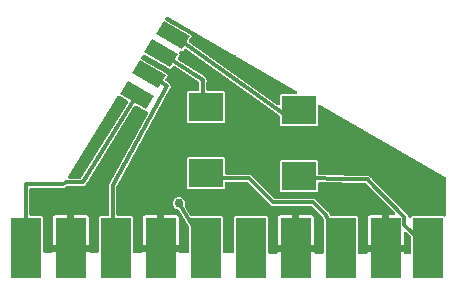
<source format=gbl>
G04 EAGLE Gerber RS-274X export*
G75*
%MOMM*%
%FSLAX34Y34*%
%LPD*%
%INBottom Copper*%
%IPPOS*%
%AMOC8*
5,1,8,0,0,1.08239X$1,22.5*%
G01*
%ADD10R,2.540000X5.080000*%
%ADD11R,1.270000X2.540000*%
%ADD12R,2.900000X2.400000*%
%ADD13C,0.299719*%
%ADD14C,0.756400*%

G36*
X339910Y10091D02*
X339910Y10091D01*
X339949Y10088D01*
X340081Y10110D01*
X340214Y10124D01*
X340251Y10138D01*
X340290Y10144D01*
X340413Y10196D01*
X340539Y10240D01*
X340573Y10262D01*
X340609Y10277D01*
X340717Y10355D01*
X340830Y10428D01*
X340857Y10456D01*
X340889Y10479D01*
X340977Y10580D01*
X341069Y10677D01*
X341089Y10711D01*
X341115Y10741D01*
X341177Y10859D01*
X341246Y10974D01*
X341257Y11012D01*
X341276Y11047D01*
X341309Y11176D01*
X341349Y11304D01*
X341352Y11343D01*
X341362Y11382D01*
X341375Y11584D01*
X341375Y24569D01*
X341359Y24708D01*
X341349Y24848D01*
X341339Y24879D01*
X341335Y24912D01*
X341288Y25044D01*
X341246Y25178D01*
X341229Y25206D01*
X341218Y25237D01*
X341141Y25354D01*
X341070Y25475D01*
X341041Y25508D01*
X341029Y25526D01*
X341005Y25549D01*
X340937Y25628D01*
X337838Y28727D01*
X337756Y28791D01*
X337680Y28864D01*
X337621Y28899D01*
X337567Y28941D01*
X337472Y28986D01*
X337382Y29038D01*
X337316Y29059D01*
X337254Y29088D01*
X337152Y29109D01*
X337052Y29140D01*
X336983Y29145D01*
X336916Y29159D01*
X336811Y29157D01*
X336707Y29164D01*
X336639Y29152D01*
X336570Y29151D01*
X336469Y29124D01*
X336366Y29107D01*
X336303Y29081D01*
X336236Y29064D01*
X336143Y29015D01*
X336047Y28975D01*
X335991Y28934D01*
X335930Y28902D01*
X335852Y28833D01*
X335767Y28772D01*
X335722Y28720D01*
X335670Y28675D01*
X335609Y28590D01*
X335541Y28511D01*
X335509Y28450D01*
X335469Y28394D01*
X335429Y28297D01*
X335380Y28205D01*
X335363Y28138D01*
X335337Y28074D01*
X335320Y27971D01*
X335294Y27870D01*
X335287Y27766D01*
X335282Y27733D01*
X335284Y27712D01*
X335281Y27668D01*
X335281Y18236D01*
X323036Y18236D01*
X323036Y43181D01*
X326582Y43181D01*
X326686Y43193D01*
X326790Y43195D01*
X326857Y43213D01*
X326925Y43221D01*
X327024Y43256D01*
X327125Y43283D01*
X327186Y43315D01*
X327250Y43338D01*
X327338Y43395D01*
X327430Y43444D01*
X327482Y43489D01*
X327540Y43527D01*
X327612Y43603D01*
X327691Y43671D01*
X327731Y43727D01*
X327778Y43777D01*
X327831Y43867D01*
X327892Y43952D01*
X327918Y44016D01*
X327953Y44075D01*
X327984Y44175D01*
X328024Y44272D01*
X328035Y44340D01*
X328055Y44405D01*
X328062Y44510D01*
X328078Y44613D01*
X328074Y44682D01*
X328078Y44750D01*
X328061Y44853D01*
X328054Y44958D01*
X328033Y45023D01*
X328022Y45091D01*
X327982Y45188D01*
X327951Y45287D01*
X327916Y45347D01*
X327889Y45410D01*
X327828Y45495D01*
X327775Y45585D01*
X327706Y45664D01*
X327687Y45690D01*
X327670Y45704D01*
X327641Y45738D01*
X303145Y70233D01*
X303043Y70314D01*
X302946Y70401D01*
X302908Y70421D01*
X302875Y70448D01*
X302756Y70503D01*
X302642Y70565D01*
X302600Y70577D01*
X302562Y70595D01*
X302434Y70622D01*
X302308Y70656D01*
X302249Y70660D01*
X302223Y70666D01*
X302191Y70665D01*
X302106Y70672D01*
X263922Y71177D01*
X263877Y71172D01*
X263831Y71175D01*
X263705Y71154D01*
X263579Y71141D01*
X263535Y71126D01*
X263490Y71119D01*
X263372Y71070D01*
X263252Y71028D01*
X263213Y71004D01*
X263171Y70986D01*
X263068Y70911D01*
X262960Y70843D01*
X262928Y70810D01*
X262891Y70784D01*
X262808Y70687D01*
X262718Y70596D01*
X262695Y70557D01*
X262665Y70522D01*
X262606Y70410D01*
X262540Y70300D01*
X262526Y70257D01*
X262504Y70216D01*
X262473Y70093D01*
X262434Y69972D01*
X262430Y69926D01*
X262418Y69881D01*
X262405Y69679D01*
X262405Y63948D01*
X261512Y63055D01*
X231248Y63055D01*
X230355Y63948D01*
X230355Y89212D01*
X231248Y90105D01*
X261512Y90105D01*
X262405Y89212D01*
X262405Y78722D01*
X262408Y78696D01*
X262406Y78670D01*
X262428Y78525D01*
X262445Y78379D01*
X262453Y78354D01*
X262457Y78329D01*
X262512Y78192D01*
X262562Y78054D01*
X262576Y78032D01*
X262586Y78008D01*
X262671Y77888D01*
X262751Y77764D01*
X262770Y77746D01*
X262785Y77725D01*
X262894Y77628D01*
X263001Y77526D01*
X263024Y77513D01*
X263043Y77495D01*
X263172Y77426D01*
X263299Y77351D01*
X263324Y77343D01*
X263347Y77331D01*
X263489Y77293D01*
X263629Y77249D01*
X263655Y77248D01*
X263681Y77241D01*
X263883Y77224D01*
X304809Y76683D01*
X304816Y76684D01*
X304829Y76683D01*
X306076Y76683D01*
X306945Y75791D01*
X306950Y75786D01*
X306959Y75777D01*
X307840Y74896D01*
X307838Y74733D01*
X307853Y74583D01*
X307864Y74434D01*
X307871Y74412D01*
X307873Y74389D01*
X307922Y74247D01*
X307967Y74104D01*
X307979Y74084D01*
X307986Y74062D01*
X308067Y73936D01*
X308143Y73807D01*
X308163Y73784D01*
X308171Y73771D01*
X308193Y73749D01*
X308276Y73654D01*
X338786Y43144D01*
X338786Y42298D01*
X338798Y42195D01*
X338800Y42090D01*
X338818Y42023D01*
X338826Y41955D01*
X338861Y41857D01*
X338888Y41756D01*
X338920Y41695D01*
X338943Y41630D01*
X339000Y41542D01*
X339049Y41450D01*
X339094Y41398D01*
X339132Y41341D01*
X339208Y41268D01*
X339276Y41190D01*
X339332Y41150D01*
X339382Y41102D01*
X339472Y41049D01*
X339557Y40988D01*
X339621Y40962D01*
X339680Y40927D01*
X339780Y40897D01*
X339877Y40857D01*
X339945Y40846D01*
X340011Y40826D01*
X340115Y40819D01*
X340218Y40802D01*
X340287Y40807D01*
X340355Y40802D01*
X340458Y40819D01*
X340563Y40827D01*
X340629Y40847D01*
X340696Y40858D01*
X340793Y40899D01*
X340893Y40930D01*
X340952Y40965D01*
X341015Y40991D01*
X341100Y41052D01*
X341190Y41106D01*
X341269Y41175D01*
X341295Y41194D01*
X341310Y41210D01*
X341343Y41239D01*
X342268Y42165D01*
X369046Y42165D01*
X369134Y42114D01*
X369193Y42097D01*
X369248Y42071D01*
X369358Y42048D01*
X369466Y42016D01*
X369526Y42012D01*
X369586Y42000D01*
X369699Y42003D01*
X369811Y41996D01*
X369871Y42007D01*
X369932Y42008D01*
X370040Y42037D01*
X370151Y42056D01*
X370207Y42080D01*
X370266Y42095D01*
X370365Y42148D01*
X370469Y42192D01*
X370518Y42228D01*
X370571Y42257D01*
X370656Y42331D01*
X370747Y42398D01*
X370786Y42444D01*
X370832Y42484D01*
X370897Y42576D01*
X370970Y42661D01*
X370998Y42716D01*
X371033Y42765D01*
X371076Y42869D01*
X371127Y42969D01*
X371142Y43028D01*
X371165Y43085D01*
X371183Y43195D01*
X371209Y43305D01*
X371214Y43394D01*
X371220Y43426D01*
X371218Y43451D01*
X371221Y43507D01*
X370894Y74257D01*
X370875Y74410D01*
X370859Y74563D01*
X370853Y74581D01*
X370851Y74599D01*
X370797Y74744D01*
X370746Y74890D01*
X370736Y74906D01*
X370730Y74923D01*
X370645Y75051D01*
X370562Y75182D01*
X370548Y75195D01*
X370538Y75211D01*
X370425Y75316D01*
X370315Y75424D01*
X370295Y75437D01*
X370285Y75446D01*
X370261Y75461D01*
X370147Y75537D01*
X264653Y136584D01*
X264577Y136616D01*
X264506Y136658D01*
X264419Y136685D01*
X264336Y136721D01*
X264255Y136736D01*
X264176Y136760D01*
X264085Y136766D01*
X263996Y136782D01*
X263913Y136778D01*
X263831Y136783D01*
X263741Y136768D01*
X263650Y136764D01*
X263571Y136740D01*
X263490Y136727D01*
X263406Y136692D01*
X263319Y136667D01*
X263247Y136626D01*
X263171Y136594D01*
X263097Y136541D01*
X263018Y136496D01*
X262958Y136440D01*
X262891Y136392D01*
X262831Y136323D01*
X262765Y136261D01*
X262719Y136193D01*
X262665Y136130D01*
X262622Y136050D01*
X262572Y135974D01*
X262543Y135897D01*
X262504Y135824D01*
X262482Y135736D01*
X262450Y135651D01*
X262439Y135569D01*
X262418Y135490D01*
X262408Y135329D01*
X262405Y135308D01*
X262406Y135301D01*
X262405Y135287D01*
X262405Y119448D01*
X261512Y118555D01*
X231248Y118555D01*
X230355Y119448D01*
X230355Y126485D01*
X230345Y126576D01*
X230344Y126668D01*
X230325Y126747D01*
X230315Y126828D01*
X230284Y126915D01*
X230263Y127004D01*
X230226Y127077D01*
X230198Y127153D01*
X230148Y127230D01*
X230106Y127312D01*
X230054Y127374D01*
X230009Y127443D01*
X229943Y127506D01*
X229884Y127576D01*
X229780Y127661D01*
X229759Y127681D01*
X229747Y127688D01*
X229727Y127705D01*
X151161Y183699D01*
X151066Y183751D01*
X150977Y183811D01*
X150916Y183834D01*
X150858Y183866D01*
X150754Y183895D01*
X150654Y183933D01*
X150589Y183941D01*
X150525Y183959D01*
X150418Y183963D01*
X150311Y183977D01*
X150246Y183971D01*
X150180Y183973D01*
X150074Y183953D01*
X149967Y183942D01*
X149905Y183920D01*
X149840Y183908D01*
X149742Y183864D01*
X149641Y183829D01*
X149585Y183794D01*
X149525Y183767D01*
X149440Y183701D01*
X149349Y183644D01*
X149303Y183597D01*
X149251Y183557D01*
X149182Y183474D01*
X149107Y183397D01*
X149052Y183315D01*
X149031Y183290D01*
X149021Y183269D01*
X148994Y183228D01*
X148528Y182421D01*
X147308Y182095D01*
X147229Y182140D01*
X147133Y182182D01*
X147041Y182232D01*
X147028Y182236D01*
X147022Y182239D01*
X146972Y182251D01*
X146912Y182277D01*
X146809Y182296D01*
X146708Y182323D01*
X146688Y182324D01*
X146687Y182324D01*
X146624Y182329D01*
X146572Y182338D01*
X146524Y182336D01*
X146485Y182338D01*
X146481Y182338D01*
X146440Y182333D01*
X146363Y182336D01*
X146295Y182323D01*
X146226Y182319D01*
X146166Y182302D01*
X146137Y182298D01*
X146100Y182285D01*
X146024Y182270D01*
X145961Y182241D01*
X145895Y182222D01*
X145840Y182191D01*
X145812Y182181D01*
X145779Y182159D01*
X145709Y182127D01*
X145654Y182085D01*
X145594Y182051D01*
X145549Y182009D01*
X145523Y181992D01*
X145494Y181962D01*
X145435Y181916D01*
X145392Y181863D01*
X145341Y181816D01*
X145307Y181766D01*
X145285Y181742D01*
X145263Y181704D01*
X145217Y181648D01*
X145187Y181586D01*
X145148Y181529D01*
X145128Y181475D01*
X145110Y181444D01*
X145096Y181399D01*
X145066Y181337D01*
X145051Y181270D01*
X145027Y181206D01*
X145020Y181151D01*
X145008Y181113D01*
X145005Y181064D01*
X144990Y181000D01*
X144991Y180931D01*
X144982Y180863D01*
X144988Y180812D01*
X144985Y180769D01*
X144993Y180715D01*
X144994Y180655D01*
X145014Y180552D01*
X145018Y180519D01*
X145025Y180499D01*
X145033Y180455D01*
X145350Y179274D01*
X143747Y176497D01*
X143746Y176497D01*
X143614Y176189D01*
X143609Y176180D01*
X143549Y175839D01*
X143563Y175581D01*
X143567Y175495D01*
X143582Y175445D01*
X143615Y175333D01*
X143665Y175163D01*
X143787Y174949D01*
X143836Y174863D01*
X143836Y174862D01*
X144071Y174609D01*
X144234Y174488D01*
X165618Y160741D01*
X165756Y160674D01*
X165891Y160603D01*
X165910Y160598D01*
X165928Y160589D01*
X166078Y160555D01*
X166225Y160517D01*
X166252Y160515D01*
X166265Y160512D01*
X166294Y160512D01*
X166347Y160509D01*
X166894Y159961D01*
X166941Y159925D01*
X166981Y159881D01*
X167143Y159760D01*
X167800Y159338D01*
X167822Y159275D01*
X167867Y159129D01*
X167878Y159112D01*
X167884Y159093D01*
X167966Y158963D01*
X168043Y158832D01*
X168060Y158812D01*
X168068Y158800D01*
X168089Y158780D01*
X168123Y158740D01*
X168123Y157966D01*
X168130Y157907D01*
X168128Y157848D01*
X168158Y157648D01*
X168323Y156885D01*
X168294Y156825D01*
X168223Y156689D01*
X168218Y156670D01*
X168209Y156652D01*
X168175Y156503D01*
X168137Y156355D01*
X168135Y156329D01*
X168132Y156315D01*
X168132Y156286D01*
X168123Y156152D01*
X168123Y149643D01*
X168127Y149607D01*
X168125Y149571D01*
X168147Y149436D01*
X168163Y149299D01*
X168175Y149265D01*
X168181Y149230D01*
X168234Y149103D01*
X168281Y148974D01*
X168300Y148944D01*
X168314Y148911D01*
X168394Y148800D01*
X168470Y148685D01*
X168496Y148660D01*
X168517Y148631D01*
X168620Y148541D01*
X168720Y148446D01*
X168751Y148428D01*
X168778Y148405D01*
X168899Y148341D01*
X169018Y148272D01*
X169052Y148261D01*
X169084Y148244D01*
X169217Y148210D01*
X169348Y148170D01*
X169384Y148167D01*
X169419Y148158D01*
X169621Y148145D01*
X182772Y148145D01*
X183665Y147252D01*
X183665Y121988D01*
X182772Y121095D01*
X152508Y121095D01*
X151615Y121988D01*
X151615Y147252D01*
X152508Y148145D01*
X160579Y148145D01*
X160615Y148149D01*
X160650Y148146D01*
X160786Y148169D01*
X160922Y148185D01*
X160956Y148197D01*
X160991Y148203D01*
X161118Y148255D01*
X161247Y148302D01*
X161277Y148322D01*
X161310Y148336D01*
X161422Y148416D01*
X161537Y148491D01*
X161561Y148517D01*
X161591Y148538D01*
X161680Y148642D01*
X161775Y148741D01*
X161793Y148772D01*
X161817Y148799D01*
X161880Y148921D01*
X161950Y149039D01*
X161960Y149074D01*
X161977Y149105D01*
X162011Y149238D01*
X162052Y149369D01*
X162054Y149405D01*
X162063Y149440D01*
X162077Y149643D01*
X162077Y155012D01*
X162062Y155138D01*
X162055Y155265D01*
X162042Y155309D01*
X162037Y155355D01*
X161993Y155475D01*
X161958Y155597D01*
X161935Y155637D01*
X161919Y155680D01*
X161850Y155787D01*
X161787Y155897D01*
X161756Y155931D01*
X161730Y155969D01*
X161638Y156057D01*
X161552Y156151D01*
X161501Y156189D01*
X161480Y156208D01*
X161453Y156224D01*
X161389Y156272D01*
X141327Y169168D01*
X141263Y169200D01*
X141203Y169240D01*
X141109Y169276D01*
X141017Y169320D01*
X140947Y169336D01*
X140880Y169362D01*
X140779Y169375D01*
X140680Y169397D01*
X140608Y169397D01*
X140537Y169406D01*
X140436Y169396D01*
X140335Y169395D01*
X140265Y169378D01*
X140194Y169371D01*
X140098Y169337D01*
X139999Y169313D01*
X139935Y169281D01*
X139867Y169258D01*
X139781Y169203D01*
X139690Y169157D01*
X139636Y169111D01*
X139575Y169073D01*
X139504Y169000D01*
X139426Y168934D01*
X139383Y168877D01*
X139333Y168826D01*
X139220Y168657D01*
X138368Y167181D01*
X137148Y166855D01*
X116014Y179056D01*
X116000Y179062D01*
X115988Y179071D01*
X115841Y179131D01*
X115697Y179193D01*
X115682Y179196D01*
X115668Y179202D01*
X115511Y179226D01*
X115357Y179254D01*
X115342Y179253D01*
X115327Y179256D01*
X115169Y179244D01*
X115012Y179235D01*
X114997Y179231D01*
X114982Y179230D01*
X114831Y179182D01*
X114680Y179138D01*
X114667Y179130D01*
X114652Y179126D01*
X114517Y179045D01*
X114380Y178967D01*
X114368Y178957D01*
X114355Y178949D01*
X114242Y178839D01*
X114126Y178732D01*
X114118Y178719D01*
X114107Y178709D01*
X113989Y178544D01*
X113081Y177067D01*
X113057Y177016D01*
X113026Y176968D01*
X112985Y176859D01*
X112935Y176754D01*
X112924Y176698D01*
X112904Y176645D01*
X112889Y176530D01*
X112865Y176415D01*
X112867Y176359D01*
X112859Y176302D01*
X112871Y176186D01*
X112874Y176070D01*
X112889Y176015D01*
X112895Y175959D01*
X112933Y175849D01*
X112963Y175736D01*
X112989Y175686D01*
X113008Y175632D01*
X113070Y175534D01*
X113125Y175431D01*
X113162Y175388D01*
X113193Y175340D01*
X113276Y175259D01*
X113353Y175171D01*
X113399Y175138D01*
X113440Y175098D01*
X113608Y174985D01*
X134863Y162714D01*
X135190Y161494D01*
X133457Y158493D01*
X133393Y158346D01*
X133327Y158200D01*
X133325Y158187D01*
X133320Y158176D01*
X133292Y158018D01*
X133261Y157860D01*
X133262Y157848D01*
X133259Y157836D01*
X133268Y157676D01*
X133274Y157515D01*
X133277Y157503D01*
X133278Y157491D01*
X133323Y157337D01*
X133366Y157182D01*
X133372Y157171D01*
X133376Y157159D01*
X133455Y157019D01*
X133532Y156879D01*
X133540Y156870D01*
X133546Y156859D01*
X133656Y156740D01*
X133763Y156622D01*
X133775Y156612D01*
X133781Y156605D01*
X133800Y156593D01*
X133924Y156498D01*
X136130Y155027D01*
X136159Y155012D01*
X136244Y154958D01*
X137262Y154403D01*
X137272Y154386D01*
X137316Y154336D01*
X137545Y153190D01*
X137555Y153158D01*
X137577Y153061D01*
X137904Y151948D01*
X137899Y151929D01*
X137895Y151863D01*
X137247Y150890D01*
X137232Y150860D01*
X137178Y150776D01*
X92106Y68144D01*
X92069Y68052D01*
X92023Y67964D01*
X92005Y67893D01*
X91977Y67824D01*
X91962Y67726D01*
X91937Y67630D01*
X91929Y67514D01*
X91924Y67482D01*
X91926Y67464D01*
X91923Y67427D01*
X91923Y43663D01*
X91927Y43627D01*
X91925Y43591D01*
X91947Y43456D01*
X91963Y43319D01*
X91975Y43285D01*
X91981Y43250D01*
X92034Y43123D01*
X92081Y42994D01*
X92100Y42964D01*
X92114Y42931D01*
X92194Y42820D01*
X92270Y42705D01*
X92296Y42680D01*
X92317Y42651D01*
X92420Y42561D01*
X92520Y42466D01*
X92551Y42448D01*
X92578Y42425D01*
X92699Y42361D01*
X92818Y42292D01*
X92852Y42281D01*
X92884Y42264D01*
X93017Y42230D01*
X93148Y42190D01*
X93184Y42187D01*
X93219Y42178D01*
X93421Y42165D01*
X104772Y42165D01*
X105665Y41272D01*
X105665Y12679D01*
X105668Y12646D01*
X105666Y12614D01*
X105688Y12475D01*
X105705Y12335D01*
X105716Y12305D01*
X105721Y12273D01*
X105774Y12143D01*
X105822Y12010D01*
X105840Y11983D01*
X105852Y11953D01*
X105934Y11839D01*
X106011Y11721D01*
X106034Y11699D01*
X106053Y11672D01*
X106159Y11580D01*
X106261Y11482D01*
X106289Y11466D01*
X106313Y11445D01*
X106438Y11379D01*
X106559Y11308D01*
X106590Y11298D01*
X106619Y11283D01*
X106755Y11247D01*
X106889Y11206D01*
X106922Y11204D01*
X106953Y11196D01*
X107156Y11181D01*
X112794Y11154D01*
X112834Y11159D01*
X112873Y11156D01*
X113005Y11178D01*
X113138Y11193D01*
X113175Y11206D01*
X113214Y11212D01*
X113337Y11264D01*
X113463Y11308D01*
X113497Y11330D01*
X113533Y11345D01*
X113641Y11423D01*
X113754Y11496D01*
X113781Y11524D01*
X113813Y11548D01*
X113900Y11648D01*
X113993Y11745D01*
X114014Y11779D01*
X114039Y11809D01*
X114101Y11927D01*
X114169Y12042D01*
X114181Y12080D01*
X114200Y12115D01*
X114233Y12244D01*
X128041Y12244D01*
X128077Y12248D01*
X128113Y12245D01*
X128248Y12268D01*
X128385Y12283D01*
X128418Y12296D01*
X128454Y12302D01*
X128580Y12354D01*
X128710Y12401D01*
X128740Y12421D01*
X128773Y12434D01*
X128884Y12515D01*
X128999Y12590D01*
X129024Y12616D01*
X129053Y12637D01*
X129143Y12740D01*
X129237Y12840D01*
X129256Y12871D01*
X129279Y12898D01*
X129343Y13020D01*
X129412Y13138D01*
X129423Y13173D01*
X129440Y13204D01*
X129474Y13337D01*
X129514Y13468D01*
X129516Y13504D01*
X129525Y13539D01*
X129539Y13741D01*
X129539Y15241D01*
X129541Y15241D01*
X129541Y13741D01*
X129545Y13706D01*
X129543Y13670D01*
X129565Y13534D01*
X129581Y13398D01*
X129593Y13364D01*
X129599Y13329D01*
X129652Y13202D01*
X129698Y13073D01*
X129718Y13043D01*
X129732Y13010D01*
X129812Y12899D01*
X129887Y12784D01*
X129913Y12759D01*
X129934Y12730D01*
X130038Y12640D01*
X130137Y12545D01*
X130168Y12527D01*
X130195Y12504D01*
X130317Y12440D01*
X130435Y12371D01*
X130470Y12360D01*
X130502Y12343D01*
X130634Y12309D01*
X130766Y12269D01*
X130801Y12266D01*
X130836Y12257D01*
X131039Y12244D01*
X144810Y12244D01*
X144821Y12151D01*
X144832Y12121D01*
X144837Y12089D01*
X144890Y11959D01*
X144938Y11826D01*
X144956Y11799D01*
X144968Y11769D01*
X145050Y11655D01*
X145127Y11537D01*
X145150Y11515D01*
X145169Y11488D01*
X145275Y11396D01*
X145377Y11298D01*
X145405Y11282D01*
X145429Y11261D01*
X145554Y11195D01*
X145675Y11124D01*
X145706Y11114D01*
X145735Y11099D01*
X145871Y11063D01*
X146005Y11022D01*
X146038Y11020D01*
X146069Y11012D01*
X146272Y10997D01*
X151910Y10970D01*
X151950Y10975D01*
X151989Y10972D01*
X152121Y10994D01*
X152254Y11009D01*
X152291Y11022D01*
X152330Y11028D01*
X152453Y11080D01*
X152579Y11124D01*
X152613Y11146D01*
X152649Y11161D01*
X152757Y11239D01*
X152870Y11312D01*
X152897Y11340D01*
X152929Y11364D01*
X153016Y11464D01*
X153109Y11561D01*
X153130Y11595D01*
X153155Y11625D01*
X153217Y11743D01*
X153285Y11858D01*
X153297Y11896D01*
X153316Y11931D01*
X153349Y12060D01*
X153389Y12188D01*
X153392Y12228D01*
X153402Y12266D01*
X153415Y12468D01*
X153415Y32657D01*
X153400Y32786D01*
X153393Y32915D01*
X153380Y32957D01*
X153375Y33000D01*
X153331Y33122D01*
X153294Y33247D01*
X153267Y33300D01*
X153258Y33325D01*
X153241Y33352D01*
X153202Y33427D01*
X144875Y47306D01*
X144783Y47426D01*
X144695Y47547D01*
X144678Y47562D01*
X144664Y47580D01*
X144547Y47675D01*
X144433Y47773D01*
X144413Y47784D01*
X144396Y47798D01*
X144260Y47864D01*
X144127Y47934D01*
X144105Y47939D01*
X144085Y47949D01*
X143938Y47982D01*
X143793Y48020D01*
X143763Y48022D01*
X143748Y48025D01*
X143745Y48025D01*
X141774Y48841D01*
X140281Y50334D01*
X139473Y52284D01*
X139473Y54396D01*
X140281Y56346D01*
X141774Y57839D01*
X143724Y58647D01*
X145836Y58647D01*
X147786Y57839D01*
X149279Y56346D01*
X150087Y54396D01*
X150087Y52284D01*
X149907Y51850D01*
X149885Y51775D01*
X149855Y51703D01*
X149838Y51609D01*
X149812Y51517D01*
X149809Y51440D01*
X149795Y51363D01*
X149801Y51267D01*
X149796Y51172D01*
X149811Y51096D01*
X149815Y51018D01*
X149842Y50926D01*
X149860Y50833D01*
X149892Y50761D01*
X149914Y50687D01*
X149994Y50530D01*
X150000Y50517D01*
X150003Y50513D01*
X150006Y50506D01*
X154575Y42892D01*
X154666Y42773D01*
X154754Y42651D01*
X154772Y42636D01*
X154785Y42618D01*
X154902Y42523D01*
X155016Y42425D01*
X155036Y42414D01*
X155053Y42400D01*
X155189Y42334D01*
X155322Y42264D01*
X155344Y42259D01*
X155364Y42249D01*
X155511Y42216D01*
X155657Y42178D01*
X155686Y42176D01*
X155701Y42173D01*
X155732Y42173D01*
X155859Y42165D01*
X180972Y42165D01*
X181865Y41272D01*
X181865Y12320D01*
X181868Y12288D01*
X181866Y12256D01*
X181888Y12117D01*
X181905Y11977D01*
X181916Y11946D01*
X181921Y11914D01*
X181974Y11784D01*
X182022Y11652D01*
X182040Y11625D01*
X182052Y11595D01*
X182134Y11480D01*
X182211Y11362D01*
X182234Y11340D01*
X182253Y11314D01*
X182359Y11221D01*
X182461Y11124D01*
X182489Y11108D01*
X182513Y11086D01*
X182638Y11020D01*
X182759Y10949D01*
X182790Y10940D01*
X182819Y10925D01*
X182955Y10889D01*
X183089Y10847D01*
X183122Y10845D01*
X183153Y10837D01*
X183356Y10822D01*
X190010Y10791D01*
X190050Y10795D01*
X190089Y10793D01*
X190221Y10815D01*
X190354Y10829D01*
X190391Y10843D01*
X190430Y10849D01*
X190553Y10900D01*
X190679Y10945D01*
X190713Y10967D01*
X190749Y10982D01*
X190857Y11060D01*
X190970Y11133D01*
X190997Y11161D01*
X191029Y11184D01*
X191116Y11285D01*
X191209Y11382D01*
X191230Y11416D01*
X191255Y11446D01*
X191317Y11564D01*
X191385Y11679D01*
X191397Y11717D01*
X191416Y11752D01*
X191449Y11881D01*
X191489Y12009D01*
X191492Y12048D01*
X191502Y12086D01*
X191515Y12289D01*
X191515Y41272D01*
X192408Y42165D01*
X219072Y42165D01*
X219965Y41272D01*
X219965Y12141D01*
X219968Y12109D01*
X219966Y12076D01*
X219988Y11938D01*
X220005Y11798D01*
X220016Y11767D01*
X220021Y11735D01*
X220074Y11605D01*
X220122Y11473D01*
X220140Y11446D01*
X220152Y11416D01*
X220234Y11301D01*
X220311Y11183D01*
X220334Y11161D01*
X220353Y11134D01*
X220459Y11042D01*
X220561Y10945D01*
X220589Y10928D01*
X220613Y10907D01*
X220738Y10841D01*
X220859Y10770D01*
X220890Y10760D01*
X220919Y10745D01*
X221055Y10710D01*
X221189Y10668D01*
X221222Y10666D01*
X221253Y10658D01*
X221456Y10643D01*
X227094Y10617D01*
X227134Y10621D01*
X227173Y10618D01*
X227305Y10640D01*
X227438Y10655D01*
X227475Y10668D01*
X227514Y10675D01*
X227637Y10726D01*
X227763Y10771D01*
X227797Y10792D01*
X227833Y10807D01*
X227941Y10886D01*
X228054Y10958D01*
X228081Y10987D01*
X228113Y11010D01*
X228200Y11111D01*
X228293Y11207D01*
X228314Y11241D01*
X228339Y11271D01*
X228401Y11390D01*
X228469Y11505D01*
X228481Y11542D01*
X228500Y11577D01*
X228533Y11707D01*
X228573Y11834D01*
X228576Y11874D01*
X228586Y11912D01*
X228599Y12114D01*
X228599Y12244D01*
X242341Y12244D01*
X242377Y12248D01*
X242413Y12245D01*
X242548Y12268D01*
X242685Y12283D01*
X242718Y12296D01*
X242754Y12302D01*
X242880Y12354D01*
X243010Y12401D01*
X243040Y12421D01*
X243073Y12434D01*
X243184Y12515D01*
X243299Y12590D01*
X243324Y12616D01*
X243353Y12637D01*
X243443Y12740D01*
X243537Y12840D01*
X243556Y12871D01*
X243579Y12898D01*
X243643Y13020D01*
X243712Y13138D01*
X243723Y13173D01*
X243740Y13204D01*
X243774Y13337D01*
X243814Y13468D01*
X243816Y13504D01*
X243825Y13539D01*
X243839Y13741D01*
X243839Y15241D01*
X243841Y15241D01*
X243841Y13741D01*
X243845Y13706D01*
X243843Y13670D01*
X243865Y13534D01*
X243881Y13398D01*
X243893Y13364D01*
X243899Y13329D01*
X243952Y13202D01*
X243998Y13073D01*
X244018Y13043D01*
X244032Y13010D01*
X244112Y12899D01*
X244187Y12784D01*
X244213Y12759D01*
X244234Y12730D01*
X244338Y12640D01*
X244437Y12545D01*
X244468Y12527D01*
X244495Y12504D01*
X244617Y12440D01*
X244735Y12371D01*
X244770Y12360D01*
X244802Y12343D01*
X244934Y12309D01*
X245066Y12269D01*
X245101Y12266D01*
X245136Y12257D01*
X245339Y12244D01*
X259081Y12244D01*
X259081Y11957D01*
X259084Y11925D01*
X259082Y11892D01*
X259104Y11754D01*
X259121Y11614D01*
X259132Y11583D01*
X259137Y11551D01*
X259190Y11421D01*
X259238Y11289D01*
X259256Y11262D01*
X259268Y11232D01*
X259350Y11117D01*
X259427Y10999D01*
X259450Y10977D01*
X259469Y10950D01*
X259575Y10858D01*
X259677Y10761D01*
X259705Y10744D01*
X259729Y10723D01*
X259854Y10657D01*
X259975Y10586D01*
X260006Y10576D01*
X260035Y10561D01*
X260171Y10526D01*
X260305Y10484D01*
X260338Y10482D01*
X260369Y10474D01*
X260572Y10459D01*
X266210Y10433D01*
X266250Y10437D01*
X266289Y10434D01*
X266421Y10456D01*
X266554Y10471D01*
X266591Y10484D01*
X266630Y10491D01*
X266753Y10542D01*
X266879Y10587D01*
X266913Y10608D01*
X266949Y10623D01*
X267057Y10702D01*
X267170Y10774D01*
X267197Y10803D01*
X267229Y10826D01*
X267316Y10927D01*
X267409Y11023D01*
X267430Y11057D01*
X267455Y11087D01*
X267517Y11206D01*
X267585Y11321D01*
X267597Y11358D01*
X267616Y11393D01*
X267649Y11523D01*
X267689Y11650D01*
X267692Y11690D01*
X267702Y11728D01*
X267715Y11930D01*
X267715Y38904D01*
X267710Y38948D01*
X267713Y38993D01*
X267690Y39120D01*
X267675Y39247D01*
X267660Y39289D01*
X267652Y39334D01*
X267581Y39524D01*
X266827Y41183D01*
X266740Y41326D01*
X266656Y41469D01*
X266651Y41475D01*
X266649Y41479D01*
X266639Y41488D01*
X266522Y41622D01*
X257529Y50615D01*
X257419Y50702D01*
X257313Y50794D01*
X257284Y50809D01*
X257258Y50830D01*
X257131Y50890D01*
X257007Y50954D01*
X256975Y50963D01*
X256945Y50977D01*
X256808Y51006D01*
X256672Y51040D01*
X256628Y51043D01*
X256607Y51048D01*
X256574Y51047D01*
X256470Y51054D01*
X223176Y51054D01*
X203092Y71138D01*
X202982Y71225D01*
X202876Y71317D01*
X202847Y71332D01*
X202821Y71353D01*
X202694Y71412D01*
X202570Y71477D01*
X202538Y71485D01*
X202508Y71499D01*
X202371Y71528D01*
X202235Y71563D01*
X202191Y71566D01*
X202170Y71570D01*
X202137Y71570D01*
X202033Y71577D01*
X185163Y71577D01*
X185127Y71573D01*
X185091Y71575D01*
X184956Y71553D01*
X184819Y71537D01*
X184785Y71525D01*
X184750Y71519D01*
X184623Y71466D01*
X184494Y71419D01*
X184464Y71400D01*
X184431Y71386D01*
X184320Y71306D01*
X184205Y71230D01*
X184180Y71204D01*
X184151Y71183D01*
X184061Y71080D01*
X183966Y70980D01*
X183948Y70949D01*
X183925Y70922D01*
X183861Y70801D01*
X183792Y70682D01*
X183781Y70648D01*
X183764Y70616D01*
X183730Y70483D01*
X183690Y70352D01*
X183687Y70316D01*
X183678Y70281D01*
X183665Y70079D01*
X183665Y66488D01*
X182772Y65595D01*
X152508Y65595D01*
X151615Y66488D01*
X151615Y91752D01*
X152508Y92645D01*
X182772Y92645D01*
X183665Y91752D01*
X183665Y79121D01*
X183669Y79085D01*
X183666Y79050D01*
X183689Y78914D01*
X183705Y78778D01*
X183717Y78744D01*
X183723Y78709D01*
X183775Y78582D01*
X183822Y78453D01*
X183842Y78423D01*
X183856Y78390D01*
X183936Y78278D01*
X184011Y78163D01*
X184037Y78139D01*
X184058Y78109D01*
X184162Y78020D01*
X184261Y77925D01*
X184292Y77907D01*
X184319Y77883D01*
X184441Y77820D01*
X184559Y77750D01*
X184594Y77740D01*
X184625Y77723D01*
X184758Y77689D01*
X184889Y77648D01*
X184925Y77646D01*
X184960Y77637D01*
X185163Y77623D01*
X205158Y77623D01*
X225242Y57539D01*
X225352Y57452D01*
X225458Y57361D01*
X225487Y57345D01*
X225513Y57325D01*
X225640Y57265D01*
X225764Y57200D01*
X225796Y57192D01*
X225825Y57178D01*
X225963Y57149D01*
X226098Y57115D01*
X226142Y57112D01*
X226164Y57107D01*
X226197Y57108D01*
X226301Y57101D01*
X259595Y57101D01*
X270685Y46010D01*
X270721Y45982D01*
X270751Y45949D01*
X270856Y45875D01*
X270956Y45796D01*
X270997Y45777D01*
X271034Y45751D01*
X271219Y45667D01*
X271474Y45571D01*
X271653Y45177D01*
X271738Y45037D01*
X271824Y44891D01*
X271829Y44885D01*
X271831Y44881D01*
X271840Y44872D01*
X271958Y44738D01*
X272263Y44432D01*
X272263Y44159D01*
X272269Y44115D01*
X272266Y44070D01*
X272288Y43943D01*
X272303Y43816D01*
X272318Y43774D01*
X272326Y43729D01*
X272398Y43539D01*
X272623Y43043D01*
X272656Y42989D01*
X272680Y42931D01*
X272745Y42841D01*
X272802Y42747D01*
X272846Y42702D01*
X272882Y42651D01*
X272966Y42579D01*
X273043Y42499D01*
X273096Y42466D01*
X273144Y42425D01*
X273241Y42373D01*
X273335Y42314D01*
X273394Y42293D01*
X273450Y42264D01*
X273557Y42237D01*
X273661Y42201D01*
X273724Y42194D01*
X273785Y42178D01*
X273987Y42165D01*
X295272Y42165D01*
X296165Y41272D01*
X296165Y11783D01*
X296168Y11750D01*
X296166Y11718D01*
X296188Y11579D01*
X296205Y11439D01*
X296216Y11409D01*
X296221Y11377D01*
X296274Y11246D01*
X296322Y11114D01*
X296340Y11087D01*
X296352Y11057D01*
X296434Y10943D01*
X296511Y10825D01*
X296534Y10802D01*
X296553Y10776D01*
X296659Y10683D01*
X296761Y10586D01*
X296789Y10570D01*
X296813Y10549D01*
X296938Y10483D01*
X297059Y10412D01*
X297090Y10402D01*
X297119Y10387D01*
X297255Y10351D01*
X297389Y10310D01*
X297422Y10308D01*
X297453Y10299D01*
X297656Y10285D01*
X303294Y10258D01*
X303334Y10263D01*
X303373Y10260D01*
X303505Y10282D01*
X303638Y10296D01*
X303675Y10310D01*
X303714Y10316D01*
X303837Y10368D01*
X303963Y10412D01*
X303997Y10434D01*
X304033Y10449D01*
X304141Y10527D01*
X304254Y10600D01*
X304281Y10628D01*
X304313Y10651D01*
X304400Y10752D01*
X304493Y10849D01*
X304514Y10883D01*
X304539Y10913D01*
X304601Y11031D01*
X304669Y11146D01*
X304681Y11184D01*
X304700Y11219D01*
X304733Y11348D01*
X304773Y11476D01*
X304776Y11515D01*
X304786Y11554D01*
X304799Y11756D01*
X304799Y12244D01*
X318541Y12244D01*
X318577Y12248D01*
X318613Y12245D01*
X318748Y12268D01*
X318885Y12283D01*
X318918Y12296D01*
X318954Y12302D01*
X319080Y12354D01*
X319210Y12401D01*
X319240Y12421D01*
X319273Y12434D01*
X319384Y12515D01*
X319499Y12590D01*
X319524Y12616D01*
X319553Y12637D01*
X319643Y12740D01*
X319737Y12840D01*
X319756Y12871D01*
X319779Y12898D01*
X319843Y13020D01*
X319912Y13138D01*
X319923Y13173D01*
X319940Y13204D01*
X319974Y13337D01*
X320014Y13468D01*
X320016Y13504D01*
X320025Y13539D01*
X320039Y13741D01*
X320039Y15241D01*
X320041Y15241D01*
X320041Y13741D01*
X320045Y13706D01*
X320043Y13670D01*
X320065Y13534D01*
X320081Y13398D01*
X320093Y13364D01*
X320099Y13329D01*
X320152Y13202D01*
X320198Y13073D01*
X320218Y13043D01*
X320232Y13010D01*
X320312Y12899D01*
X320387Y12784D01*
X320413Y12759D01*
X320434Y12730D01*
X320538Y12640D01*
X320637Y12545D01*
X320668Y12527D01*
X320695Y12504D01*
X320817Y12440D01*
X320935Y12371D01*
X320970Y12360D01*
X321002Y12343D01*
X321134Y12309D01*
X321266Y12269D01*
X321301Y12266D01*
X321336Y12257D01*
X321539Y12244D01*
X335281Y12244D01*
X335281Y11599D01*
X335284Y11566D01*
X335282Y11534D01*
X335304Y11395D01*
X335321Y11255D01*
X335332Y11225D01*
X335337Y11193D01*
X335390Y11062D01*
X335438Y10930D01*
X335456Y10903D01*
X335468Y10873D01*
X335550Y10759D01*
X335627Y10641D01*
X335650Y10618D01*
X335669Y10592D01*
X335775Y10499D01*
X335877Y10402D01*
X335905Y10386D01*
X335929Y10365D01*
X336054Y10299D01*
X336175Y10228D01*
X336206Y10218D01*
X336235Y10203D01*
X336371Y10167D01*
X336505Y10126D01*
X336538Y10124D01*
X336569Y10115D01*
X336772Y10101D01*
X339870Y10086D01*
X339910Y10091D01*
G37*
G36*
X75750Y11333D02*
X75750Y11333D01*
X75789Y11330D01*
X75921Y11352D01*
X76054Y11367D01*
X76091Y11380D01*
X76130Y11387D01*
X76253Y11438D01*
X76379Y11483D01*
X76413Y11504D01*
X76449Y11520D01*
X76557Y11598D01*
X76670Y11670D01*
X76697Y11699D01*
X76729Y11722D01*
X76816Y11823D01*
X76909Y11919D01*
X76930Y11953D01*
X76955Y11983D01*
X77017Y12102D01*
X77085Y12217D01*
X77097Y12254D01*
X77116Y12289D01*
X77149Y12419D01*
X77189Y12546D01*
X77192Y12586D01*
X77202Y12624D01*
X77215Y12827D01*
X77215Y41272D01*
X78108Y42165D01*
X84379Y42165D01*
X84415Y42169D01*
X84450Y42166D01*
X84586Y42189D01*
X84722Y42205D01*
X84756Y42217D01*
X84791Y42223D01*
X84918Y42275D01*
X85047Y42322D01*
X85077Y42342D01*
X85110Y42356D01*
X85222Y42436D01*
X85337Y42511D01*
X85361Y42537D01*
X85391Y42558D01*
X85480Y42662D01*
X85575Y42761D01*
X85593Y42792D01*
X85617Y42819D01*
X85680Y42941D01*
X85750Y43059D01*
X85760Y43094D01*
X85777Y43125D01*
X85811Y43258D01*
X85852Y43389D01*
X85854Y43425D01*
X85863Y43460D01*
X85877Y43663D01*
X85877Y67929D01*
X85864Y68041D01*
X85860Y68153D01*
X85841Y68240D01*
X85837Y68272D01*
X85828Y68296D01*
X85816Y68351D01*
X85646Y68928D01*
X85694Y69016D01*
X85731Y69108D01*
X85777Y69196D01*
X85795Y69267D01*
X85823Y69336D01*
X85838Y69434D01*
X85863Y69530D01*
X85871Y69646D01*
X85876Y69678D01*
X85874Y69696D01*
X85877Y69733D01*
X85877Y69832D01*
X86302Y70257D01*
X86372Y70346D01*
X86449Y70428D01*
X86496Y70503D01*
X86516Y70528D01*
X86527Y70552D01*
X86558Y70599D01*
X118476Y129116D01*
X118508Y129196D01*
X118549Y129272D01*
X118573Y129356D01*
X118605Y129436D01*
X118618Y129522D01*
X118641Y129605D01*
X118644Y129692D01*
X118658Y129778D01*
X118651Y129864D01*
X118654Y129950D01*
X118637Y130036D01*
X118630Y130122D01*
X118604Y130205D01*
X118587Y130289D01*
X118551Y130369D01*
X118525Y130451D01*
X118480Y130525D01*
X118445Y130604D01*
X118392Y130673D01*
X118347Y130748D01*
X118287Y130809D01*
X118234Y130878D01*
X118166Y130933D01*
X118106Y130995D01*
X118033Y131041D01*
X117966Y131096D01*
X117887Y131134D01*
X117814Y131181D01*
X117733Y131209D01*
X117655Y131247D01*
X117570Y131266D01*
X117488Y131295D01*
X117402Y131304D01*
X117318Y131323D01*
X117231Y131322D01*
X117144Y131331D01*
X117058Y131320D01*
X116972Y131319D01*
X116833Y131292D01*
X108941Y135848D01*
X108930Y135853D01*
X108920Y135860D01*
X108770Y135922D01*
X108624Y135985D01*
X108612Y135987D01*
X108601Y135992D01*
X108441Y136018D01*
X108284Y136046D01*
X108272Y136045D01*
X108260Y136047D01*
X108099Y136036D01*
X107939Y136027D01*
X107927Y136024D01*
X107915Y136023D01*
X107760Y135975D01*
X107607Y135930D01*
X107597Y135924D01*
X107585Y135920D01*
X107446Y135838D01*
X107307Y135759D01*
X107298Y135751D01*
X107287Y135745D01*
X107171Y135633D01*
X107053Y135524D01*
X107047Y135514D01*
X107038Y135506D01*
X106920Y135341D01*
X66749Y70621D01*
X66688Y70493D01*
X66623Y70368D01*
X66615Y70337D01*
X66601Y70308D01*
X66572Y70170D01*
X66537Y70033D01*
X66534Y69991D01*
X66530Y69970D01*
X66531Y69937D01*
X66526Y69870D01*
X66007Y69351D01*
X65963Y69296D01*
X65912Y69247D01*
X65793Y69082D01*
X65405Y68456D01*
X65311Y68422D01*
X65176Y68380D01*
X65149Y68364D01*
X65119Y68353D01*
X65000Y68276D01*
X64879Y68204D01*
X64847Y68176D01*
X64829Y68165D01*
X64822Y68157D01*
X64820Y68156D01*
X64803Y68138D01*
X64756Y68097D01*
X64022Y68097D01*
X63952Y68089D01*
X63881Y68090D01*
X63681Y68057D01*
X62963Y67889D01*
X62873Y67932D01*
X62748Y67997D01*
X62717Y68005D01*
X62688Y68019D01*
X62550Y68048D01*
X62413Y68083D01*
X62371Y68086D01*
X62350Y68090D01*
X62317Y68089D01*
X62211Y68097D01*
X50234Y68097D01*
X50095Y68081D01*
X49955Y68070D01*
X49923Y68061D01*
X49891Y68057D01*
X49759Y68009D01*
X49625Y67967D01*
X49597Y67951D01*
X49566Y67939D01*
X49448Y67863D01*
X49327Y67791D01*
X49294Y67762D01*
X49276Y67750D01*
X49253Y67727D01*
X49175Y67658D01*
X48115Y66598D01*
X19761Y66598D01*
X19725Y66594D01*
X19690Y66596D01*
X19554Y66574D01*
X19418Y66558D01*
X19384Y66546D01*
X19349Y66540D01*
X19222Y66487D01*
X19093Y66441D01*
X19063Y66421D01*
X19030Y66407D01*
X18918Y66327D01*
X18803Y66252D01*
X18779Y66226D01*
X18749Y66205D01*
X18660Y66101D01*
X18565Y66002D01*
X18547Y65971D01*
X18523Y65943D01*
X18460Y65822D01*
X18390Y65704D01*
X18380Y65669D01*
X18363Y65637D01*
X18329Y65505D01*
X18288Y65373D01*
X18286Y65337D01*
X18277Y65303D01*
X18263Y65100D01*
X18263Y43663D01*
X18267Y43627D01*
X18265Y43591D01*
X18287Y43456D01*
X18303Y43319D01*
X18315Y43285D01*
X18321Y43250D01*
X18374Y43123D01*
X18421Y42994D01*
X18440Y42964D01*
X18454Y42931D01*
X18534Y42820D01*
X18610Y42705D01*
X18636Y42680D01*
X18657Y42651D01*
X18760Y42561D01*
X18860Y42466D01*
X18891Y42448D01*
X18918Y42425D01*
X19039Y42361D01*
X19158Y42292D01*
X19192Y42281D01*
X19224Y42264D01*
X19357Y42230D01*
X19488Y42190D01*
X19524Y42187D01*
X19559Y42178D01*
X19761Y42165D01*
X28572Y42165D01*
X29465Y41272D01*
X29465Y13037D01*
X29467Y13018D01*
X29466Y13010D01*
X29468Y13000D01*
X29466Y12972D01*
X29488Y12834D01*
X29505Y12694D01*
X29516Y12663D01*
X29521Y12631D01*
X29574Y12501D01*
X29622Y12369D01*
X29640Y12342D01*
X29652Y12312D01*
X29734Y12197D01*
X29811Y12079D01*
X29834Y12057D01*
X29853Y12031D01*
X29959Y11938D01*
X30061Y11841D01*
X30089Y11825D01*
X30113Y11803D01*
X30238Y11737D01*
X30359Y11666D01*
X30390Y11657D01*
X30419Y11641D01*
X30555Y11606D01*
X30689Y11564D01*
X30722Y11562D01*
X30753Y11554D01*
X30956Y11539D01*
X36594Y11513D01*
X36634Y11517D01*
X36673Y11514D01*
X36805Y11536D01*
X36938Y11551D01*
X36975Y11564D01*
X37014Y11571D01*
X37137Y11622D01*
X37263Y11667D01*
X37297Y11688D01*
X37333Y11704D01*
X37441Y11782D01*
X37554Y11854D01*
X37581Y11883D01*
X37613Y11906D01*
X37700Y12007D01*
X37793Y12103D01*
X37814Y12137D01*
X37839Y12167D01*
X37879Y12244D01*
X51841Y12244D01*
X51877Y12248D01*
X51913Y12245D01*
X52048Y12268D01*
X52185Y12283D01*
X52218Y12296D01*
X52254Y12302D01*
X52380Y12354D01*
X52510Y12401D01*
X52540Y12421D01*
X52573Y12434D01*
X52684Y12515D01*
X52799Y12590D01*
X52824Y12616D01*
X52853Y12637D01*
X52943Y12740D01*
X53037Y12840D01*
X53056Y12871D01*
X53079Y12898D01*
X53143Y13020D01*
X53212Y13138D01*
X53223Y13173D01*
X53240Y13204D01*
X53274Y13337D01*
X53314Y13468D01*
X53316Y13504D01*
X53325Y13539D01*
X53339Y13741D01*
X53339Y15241D01*
X53341Y15241D01*
X53341Y13741D01*
X53345Y13706D01*
X53343Y13670D01*
X53365Y13534D01*
X53381Y13398D01*
X53393Y13364D01*
X53399Y13329D01*
X53452Y13202D01*
X53498Y13073D01*
X53518Y13043D01*
X53532Y13010D01*
X53612Y12899D01*
X53687Y12784D01*
X53713Y12759D01*
X53734Y12730D01*
X53838Y12640D01*
X53937Y12545D01*
X53968Y12527D01*
X53995Y12504D01*
X54117Y12440D01*
X54235Y12371D01*
X54270Y12360D01*
X54302Y12343D01*
X54434Y12309D01*
X54566Y12269D01*
X54601Y12266D01*
X54636Y12257D01*
X54839Y12244D01*
X68717Y12244D01*
X68738Y12185D01*
X68756Y12158D01*
X68768Y12128D01*
X68850Y12013D01*
X68927Y11895D01*
X68950Y11873D01*
X68969Y11847D01*
X69075Y11754D01*
X69177Y11657D01*
X69205Y11641D01*
X69229Y11619D01*
X69354Y11553D01*
X69475Y11482D01*
X69506Y11473D01*
X69535Y11457D01*
X69671Y11422D01*
X69805Y11380D01*
X69838Y11378D01*
X69869Y11370D01*
X70072Y11355D01*
X75710Y11329D01*
X75750Y11333D01*
G37*
G36*
X228949Y136096D02*
X228949Y136096D01*
X228969Y136095D01*
X229119Y136124D01*
X229270Y136149D01*
X229289Y136157D01*
X229308Y136161D01*
X229448Y136223D01*
X229589Y136282D01*
X229605Y136294D01*
X229624Y136302D01*
X229746Y136395D01*
X229869Y136484D01*
X229882Y136500D01*
X229898Y136512D01*
X229995Y136630D01*
X230095Y136746D01*
X230105Y136763D01*
X230117Y136779D01*
X230185Y136916D01*
X230256Y137052D01*
X230261Y137071D01*
X230269Y137089D01*
X230304Y137239D01*
X230342Y137387D01*
X230343Y137413D01*
X230346Y137426D01*
X230346Y137455D01*
X230355Y137589D01*
X230355Y144712D01*
X231248Y145605D01*
X243484Y145605D01*
X243610Y145619D01*
X243736Y145626D01*
X243781Y145639D01*
X243828Y145645D01*
X243947Y145688D01*
X244068Y145723D01*
X244109Y145746D01*
X244153Y145762D01*
X244258Y145831D01*
X244369Y145894D01*
X244403Y145925D01*
X244442Y145951D01*
X244529Y146043D01*
X244622Y146129D01*
X244648Y146167D01*
X244680Y146201D01*
X244745Y146310D01*
X244815Y146415D01*
X244832Y146459D01*
X244855Y146499D01*
X244893Y146620D01*
X244937Y146739D01*
X244943Y146785D01*
X244957Y146829D01*
X244966Y146956D01*
X244982Y147081D01*
X244977Y147128D01*
X244980Y147174D01*
X244960Y147299D01*
X244947Y147425D01*
X244932Y147469D01*
X244924Y147515D01*
X244876Y147632D01*
X244834Y147752D01*
X244809Y147791D01*
X244791Y147834D01*
X244717Y147937D01*
X244650Y148044D01*
X244616Y148077D01*
X244589Y148114D01*
X244493Y148197D01*
X244403Y148286D01*
X244349Y148322D01*
X244328Y148340D01*
X244300Y148355D01*
X244235Y148399D01*
X135762Y211169D01*
X135747Y211175D01*
X135734Y211185D01*
X135589Y211244D01*
X135445Y211306D01*
X135429Y211309D01*
X135414Y211315D01*
X135259Y211340D01*
X135105Y211368D01*
X135089Y211367D01*
X135073Y211369D01*
X134916Y211357D01*
X134760Y211349D01*
X134744Y211345D01*
X134728Y211343D01*
X134579Y211296D01*
X134428Y211252D01*
X134414Y211244D01*
X134399Y211239D01*
X134264Y211159D01*
X134127Y211081D01*
X134116Y211071D01*
X134102Y211063D01*
X133989Y210953D01*
X133874Y210847D01*
X133865Y210833D01*
X133853Y210822D01*
X133736Y210657D01*
X133389Y210094D01*
X133365Y210042D01*
X133334Y209995D01*
X133293Y209886D01*
X133244Y209781D01*
X133232Y209725D01*
X133212Y209672D01*
X133197Y209556D01*
X133173Y209442D01*
X133175Y209385D01*
X133168Y209329D01*
X133180Y209213D01*
X133183Y209097D01*
X133197Y209042D01*
X133203Y208985D01*
X133241Y208875D01*
X133271Y208763D01*
X133298Y208712D01*
X133316Y208659D01*
X133378Y208561D01*
X133433Y208457D01*
X133471Y208415D01*
X133501Y208367D01*
X133568Y208301D01*
X133578Y208288D01*
X133596Y208272D01*
X133661Y208198D01*
X133707Y208165D01*
X133748Y208125D01*
X133827Y208072D01*
X133839Y208061D01*
X133856Y208053D01*
X133916Y208012D01*
X155183Y195734D01*
X155510Y194514D01*
X153536Y191095D01*
X153482Y190970D01*
X153421Y190846D01*
X153413Y190811D01*
X153399Y190778D01*
X153375Y190643D01*
X153344Y190509D01*
X153344Y190473D01*
X153338Y190438D01*
X153346Y190301D01*
X153347Y190164D01*
X153355Y190129D01*
X153357Y190093D01*
X153396Y189961D01*
X153428Y189828D01*
X153444Y189796D01*
X153454Y189761D01*
X153522Y189642D01*
X153584Y189520D01*
X153607Y189492D01*
X153625Y189461D01*
X153719Y189360D01*
X153807Y189255D01*
X153844Y189225D01*
X153860Y189208D01*
X153888Y189189D01*
X153964Y189127D01*
X227988Y136369D01*
X228122Y136296D01*
X228254Y136218D01*
X228273Y136212D01*
X228291Y136202D01*
X228438Y136161D01*
X228584Y136116D01*
X228604Y136115D01*
X228624Y136110D01*
X228776Y136103D01*
X228929Y136093D01*
X228949Y136096D01*
G37*
G36*
X61123Y74159D02*
X61123Y74159D01*
X61262Y74169D01*
X61295Y74179D01*
X61328Y74183D01*
X61459Y74230D01*
X61592Y74272D01*
X61621Y74289D01*
X61653Y74301D01*
X61770Y74377D01*
X61890Y74447D01*
X61914Y74471D01*
X61943Y74490D01*
X62039Y74590D01*
X62139Y74687D01*
X62166Y74724D01*
X62181Y74740D01*
X62198Y74768D01*
X62258Y74851D01*
X101630Y138284D01*
X101655Y138339D01*
X101689Y138388D01*
X101729Y138494D01*
X101777Y138597D01*
X101789Y138656D01*
X101811Y138712D01*
X101825Y138824D01*
X101849Y138935D01*
X101847Y138995D01*
X101855Y139054D01*
X101843Y139167D01*
X101841Y139281D01*
X101826Y139339D01*
X101820Y139398D01*
X101783Y139505D01*
X101754Y139615D01*
X101726Y139668D01*
X101707Y139725D01*
X101646Y139820D01*
X101593Y139921D01*
X101554Y139966D01*
X101522Y140017D01*
X101441Y140096D01*
X101366Y140182D01*
X101317Y140217D01*
X101275Y140258D01*
X101106Y140372D01*
X94553Y144155D01*
X94539Y144161D01*
X94527Y144170D01*
X94381Y144229D01*
X94236Y144292D01*
X94221Y144295D01*
X94207Y144300D01*
X94051Y144325D01*
X93896Y144353D01*
X93881Y144352D01*
X93866Y144354D01*
X93708Y144343D01*
X93551Y144334D01*
X93536Y144330D01*
X93521Y144329D01*
X93370Y144281D01*
X93219Y144237D01*
X93206Y144229D01*
X93192Y144224D01*
X93056Y144144D01*
X92919Y144066D01*
X92908Y144055D01*
X92895Y144048D01*
X92781Y143938D01*
X92665Y143831D01*
X92657Y143818D01*
X92646Y143808D01*
X92528Y143642D01*
X51904Y77576D01*
X51897Y77560D01*
X51886Y77546D01*
X51796Y77365D01*
X51320Y76214D01*
X51277Y76064D01*
X51231Y75914D01*
X51230Y75898D01*
X51225Y75882D01*
X51218Y75726D01*
X51208Y75570D01*
X51210Y75553D01*
X51210Y75537D01*
X51238Y75383D01*
X51264Y75229D01*
X51270Y75213D01*
X51273Y75197D01*
X51337Y75054D01*
X51397Y74910D01*
X51406Y74896D01*
X51413Y74881D01*
X51508Y74756D01*
X51599Y74629D01*
X51612Y74619D01*
X51622Y74606D01*
X51742Y74505D01*
X51860Y74403D01*
X51875Y74396D01*
X51888Y74385D01*
X52028Y74315D01*
X52167Y74243D01*
X52183Y74239D01*
X52197Y74232D01*
X52350Y74196D01*
X52501Y74157D01*
X52523Y74156D01*
X52534Y74153D01*
X52561Y74153D01*
X52704Y74143D01*
X60985Y74143D01*
X61123Y74159D01*
G37*
%LPC*%
G36*
X56336Y18236D02*
X56336Y18236D01*
X56336Y43181D01*
X66374Y43181D01*
X67021Y43008D01*
X67600Y42673D01*
X68073Y42200D01*
X68408Y41621D01*
X68581Y40974D01*
X68581Y18236D01*
X56336Y18236D01*
G37*
%LPD*%
%LPC*%
G36*
X246836Y18236D02*
X246836Y18236D01*
X246836Y43181D01*
X256874Y43181D01*
X257521Y43008D01*
X258100Y42673D01*
X258573Y42200D01*
X258908Y41621D01*
X259081Y40974D01*
X259081Y18236D01*
X246836Y18236D01*
G37*
%LPD*%
%LPC*%
G36*
X132536Y18236D02*
X132536Y18236D01*
X132536Y43181D01*
X142574Y43181D01*
X143221Y43008D01*
X143800Y42673D01*
X144273Y42200D01*
X144608Y41621D01*
X144781Y40974D01*
X144781Y18236D01*
X132536Y18236D01*
G37*
%LPD*%
%LPC*%
G36*
X38099Y18236D02*
X38099Y18236D01*
X38099Y40974D01*
X38272Y41621D01*
X38607Y42200D01*
X39080Y42673D01*
X39659Y43008D01*
X40306Y43181D01*
X50344Y43181D01*
X50344Y18236D01*
X38099Y18236D01*
G37*
%LPD*%
%LPC*%
G36*
X304799Y18236D02*
X304799Y18236D01*
X304799Y40974D01*
X304972Y41621D01*
X305307Y42200D01*
X305780Y42673D01*
X306359Y43008D01*
X307006Y43181D01*
X317044Y43181D01*
X317044Y18236D01*
X304799Y18236D01*
G37*
%LPD*%
%LPC*%
G36*
X228599Y18236D02*
X228599Y18236D01*
X228599Y40974D01*
X228772Y41621D01*
X229107Y42200D01*
X229580Y42673D01*
X230159Y43008D01*
X230806Y43181D01*
X240844Y43181D01*
X240844Y18236D01*
X228599Y18236D01*
G37*
%LPD*%
%LPC*%
G36*
X114299Y18236D02*
X114299Y18236D01*
X114299Y40974D01*
X114472Y41621D01*
X114807Y42200D01*
X115280Y42673D01*
X115859Y43008D01*
X116506Y43181D01*
X126544Y43181D01*
X126544Y18236D01*
X114299Y18236D01*
G37*
%LPD*%
D10*
X15240Y15240D03*
X53340Y15240D03*
X91440Y15240D03*
X129540Y15240D03*
X167640Y15240D03*
X205740Y15240D03*
X243840Y15240D03*
X281940Y15240D03*
X320040Y15240D03*
X355600Y15240D03*
D11*
G36*
X95047Y145630D02*
X101397Y156629D01*
X123393Y143930D01*
X117043Y132931D01*
X95047Y145630D01*
G37*
G36*
X105207Y163410D02*
X111557Y174409D01*
X133553Y161710D01*
X127203Y150711D01*
X105207Y163410D01*
G37*
G36*
X115367Y181190D02*
X121717Y192189D01*
X143713Y179490D01*
X137363Y168491D01*
X115367Y181190D01*
G37*
G36*
X125527Y196430D02*
X131877Y207429D01*
X153873Y194730D01*
X147523Y183731D01*
X125527Y196430D01*
G37*
D12*
X167640Y134620D03*
X167640Y79120D03*
X246380Y132080D03*
X246380Y76580D03*
D13*
X165100Y157480D02*
X129540Y180340D01*
X165100Y157480D02*
X165100Y128600D01*
X233680Y128600D02*
X139700Y195580D01*
X165100Y74600D02*
X203906Y74600D01*
X224428Y54077D02*
X258343Y54077D01*
X269240Y43180D01*
X224428Y54077D02*
X203906Y74600D01*
X269240Y43180D02*
X281940Y15240D01*
X304800Y73660D02*
X233680Y74600D01*
X304800Y73660D02*
X304800Y72855D01*
X335763Y41892D02*
X335763Y35077D01*
X355600Y15240D01*
X335763Y41892D02*
X304800Y72855D01*
X109220Y144780D02*
X63500Y71120D01*
X49237Y71120D01*
X48087Y70846D01*
X46862Y69621D01*
X15240Y69621D01*
X15240Y15240D01*
X119380Y162560D02*
X134620Y152400D01*
X88900Y68580D01*
X88900Y22860D01*
X91440Y15240D01*
D14*
X144780Y53340D03*
D13*
X167640Y15240D01*
D14*
X53340Y55880D03*
X76200Y106680D03*
X106680Y121920D03*
X106680Y55880D03*
X182880Y55880D03*
X297180Y53340D03*
X325120Y88900D03*
X177800Y157480D03*
X190500Y175260D03*
M02*

</source>
